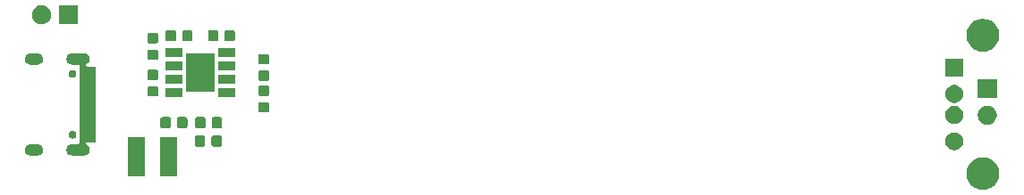
<source format=gbr>
G04 #@! TF.GenerationSoftware,KiCad,Pcbnew,(5.1.6)-1*
G04 #@! TF.CreationDate,2020-11-21T14:03:53+08:00*
G04 #@! TF.ProjectId,singlepowerbank2,73696e67-6c65-4706-9f77-657262616e6b,rev?*
G04 #@! TF.SameCoordinates,Original*
G04 #@! TF.FileFunction,Soldermask,Top*
G04 #@! TF.FilePolarity,Negative*
%FSLAX46Y46*%
G04 Gerber Fmt 4.6, Leading zero omitted, Abs format (unit mm)*
G04 Created by KiCad (PCBNEW (5.1.6)-1) date 2020-11-21 14:03:53*
%MOMM*%
%LPD*%
G01*
G04 APERTURE LIST*
%ADD10C,0.100000*%
G04 APERTURE END LIST*
D10*
G36*
X153382585Y-154068802D02*
G01*
X153532410Y-154098604D01*
X153814674Y-154215521D01*
X154068705Y-154385259D01*
X154284741Y-154601295D01*
X154454479Y-154855326D01*
X154571396Y-155137590D01*
X154631000Y-155437240D01*
X154631000Y-155742760D01*
X154571396Y-156042410D01*
X154454479Y-156324674D01*
X154284741Y-156578705D01*
X154068705Y-156794741D01*
X153814674Y-156964479D01*
X153532410Y-157081396D01*
X153382585Y-157111198D01*
X153232761Y-157141000D01*
X152927239Y-157141000D01*
X152777415Y-157111198D01*
X152627590Y-157081396D01*
X152345326Y-156964479D01*
X152091295Y-156794741D01*
X151875259Y-156578705D01*
X151705521Y-156324674D01*
X151588604Y-156042410D01*
X151529000Y-155742760D01*
X151529000Y-155437240D01*
X151588604Y-155137590D01*
X151705521Y-154855326D01*
X151875259Y-154601295D01*
X152091295Y-154385259D01*
X152345326Y-154215521D01*
X152627590Y-154098604D01*
X152777415Y-154068802D01*
X152927239Y-154039000D01*
X153232761Y-154039000D01*
X153382585Y-154068802D01*
G37*
G36*
X76826000Y-155851000D02*
G01*
X75224000Y-155851000D01*
X75224000Y-152149000D01*
X76826000Y-152149000D01*
X76826000Y-155851000D01*
G37*
G36*
X73776000Y-155851000D02*
G01*
X72174000Y-155851000D01*
X72174000Y-152149000D01*
X73776000Y-152149000D01*
X73776000Y-155851000D01*
G37*
G36*
X63658015Y-152776973D02*
G01*
X63761879Y-152808479D01*
X63789055Y-152823005D01*
X63857600Y-152859643D01*
X63941501Y-152928499D01*
X64010357Y-153012400D01*
X64046995Y-153080945D01*
X64061521Y-153108121D01*
X64093027Y-153211985D01*
X64103666Y-153320000D01*
X64093027Y-153428015D01*
X64061521Y-153531879D01*
X64061519Y-153531882D01*
X64010357Y-153627600D01*
X63941501Y-153711501D01*
X63857600Y-153780357D01*
X63789055Y-153816995D01*
X63761879Y-153831521D01*
X63658015Y-153863027D01*
X63577067Y-153871000D01*
X62922933Y-153871000D01*
X62841985Y-153863027D01*
X62738121Y-153831521D01*
X62710945Y-153816995D01*
X62642400Y-153780357D01*
X62558499Y-153711501D01*
X62489643Y-153627600D01*
X62438481Y-153531882D01*
X62438479Y-153531879D01*
X62406973Y-153428015D01*
X62396334Y-153320000D01*
X62406973Y-153211985D01*
X62438479Y-153108121D01*
X62453005Y-153080945D01*
X62489643Y-153012400D01*
X62558499Y-152928499D01*
X62642400Y-152859643D01*
X62710945Y-152823005D01*
X62738121Y-152808479D01*
X62841985Y-152776973D01*
X62922933Y-152769000D01*
X63577067Y-152769000D01*
X63658015Y-152776973D01*
G37*
G36*
X68088015Y-144136973D02*
G01*
X68191879Y-144168479D01*
X68219055Y-144183005D01*
X68287600Y-144219643D01*
X68371501Y-144288499D01*
X68440357Y-144372400D01*
X68476995Y-144440945D01*
X68491521Y-144468121D01*
X68523027Y-144571985D01*
X68533666Y-144680000D01*
X68523027Y-144788015D01*
X68491521Y-144891879D01*
X68491519Y-144891882D01*
X68440357Y-144987600D01*
X68419421Y-145013110D01*
X68371501Y-145071501D01*
X68287600Y-145140356D01*
X68243807Y-145163764D01*
X68223437Y-145177375D01*
X68206110Y-145194702D01*
X68192496Y-145215076D01*
X68183119Y-145237715D01*
X68178338Y-145261748D01*
X68178338Y-145286252D01*
X68183118Y-145310286D01*
X68192495Y-145332924D01*
X68206109Y-145353299D01*
X68223436Y-145370626D01*
X68243810Y-145384240D01*
X68266449Y-145393617D01*
X68290482Y-145398398D01*
X68302735Y-145399000D01*
X69121000Y-145399000D01*
X69121000Y-152601000D01*
X68302735Y-152601000D01*
X68278349Y-152603402D01*
X68254900Y-152610515D01*
X68233289Y-152622066D01*
X68214347Y-152637611D01*
X68198802Y-152656553D01*
X68187251Y-152678164D01*
X68180138Y-152701613D01*
X68177736Y-152725999D01*
X68180138Y-152750385D01*
X68187251Y-152773834D01*
X68198802Y-152795445D01*
X68214347Y-152814387D01*
X68233289Y-152829932D01*
X68243802Y-152836233D01*
X68287600Y-152859644D01*
X68358035Y-152917448D01*
X68371501Y-152928499D01*
X68440357Y-153012400D01*
X68476995Y-153080945D01*
X68491521Y-153108121D01*
X68523027Y-153211985D01*
X68533666Y-153320000D01*
X68523027Y-153428015D01*
X68491521Y-153531879D01*
X68491519Y-153531882D01*
X68440357Y-153627600D01*
X68371501Y-153711501D01*
X68287600Y-153780357D01*
X68219055Y-153816995D01*
X68191879Y-153831521D01*
X68088015Y-153863027D01*
X68007067Y-153871000D01*
X66852933Y-153871000D01*
X66771985Y-153863027D01*
X66668121Y-153831521D01*
X66640945Y-153816995D01*
X66572400Y-153780357D01*
X66488499Y-153711501D01*
X66419643Y-153627600D01*
X66368481Y-153531882D01*
X66368479Y-153531879D01*
X66336973Y-153428015D01*
X66326334Y-153320000D01*
X66336973Y-153211985D01*
X66368479Y-153108121D01*
X66383005Y-153080945D01*
X66419643Y-153012400D01*
X66488499Y-152928499D01*
X66572400Y-152859643D01*
X66640945Y-152823005D01*
X66668121Y-152808479D01*
X66771985Y-152776973D01*
X66852933Y-152769000D01*
X67444001Y-152769000D01*
X67468387Y-152766598D01*
X67491836Y-152759485D01*
X67513447Y-152747934D01*
X67532389Y-152732389D01*
X67547934Y-152713447D01*
X67559485Y-152691836D01*
X67566598Y-152668387D01*
X67569000Y-152644001D01*
X67569000Y-145355999D01*
X67566598Y-145331613D01*
X67559485Y-145308164D01*
X67547934Y-145286553D01*
X67532389Y-145267611D01*
X67513447Y-145252066D01*
X67491836Y-145240515D01*
X67468387Y-145233402D01*
X67444001Y-145231000D01*
X66852933Y-145231000D01*
X66771985Y-145223027D01*
X66668121Y-145191521D01*
X66627608Y-145169866D01*
X66572400Y-145140357D01*
X66488499Y-145071501D01*
X66419643Y-144987600D01*
X66368481Y-144891882D01*
X66368479Y-144891879D01*
X66336973Y-144788015D01*
X66326334Y-144680000D01*
X66336973Y-144571985D01*
X66368479Y-144468121D01*
X66383005Y-144440945D01*
X66419643Y-144372400D01*
X66488499Y-144288499D01*
X66572400Y-144219643D01*
X66640945Y-144183005D01*
X66668121Y-144168479D01*
X66771985Y-144136973D01*
X66852933Y-144129000D01*
X68007067Y-144129000D01*
X68088015Y-144136973D01*
G37*
G36*
X150618228Y-151701703D02*
G01*
X150773100Y-151765853D01*
X150912481Y-151858985D01*
X151031015Y-151977519D01*
X151124147Y-152116900D01*
X151188297Y-152271772D01*
X151221000Y-152436184D01*
X151221000Y-152603816D01*
X151188297Y-152768228D01*
X151124147Y-152923100D01*
X151031015Y-153062481D01*
X150912481Y-153181015D01*
X150773100Y-153274147D01*
X150618228Y-153338297D01*
X150453816Y-153371000D01*
X150286184Y-153371000D01*
X150121772Y-153338297D01*
X149966900Y-153274147D01*
X149827519Y-153181015D01*
X149708985Y-153062481D01*
X149615853Y-152923100D01*
X149551703Y-152768228D01*
X149519000Y-152603816D01*
X149519000Y-152436184D01*
X149551703Y-152271772D01*
X149615853Y-152116900D01*
X149708985Y-151977519D01*
X149827519Y-151858985D01*
X149966900Y-151765853D01*
X150121772Y-151701703D01*
X150286184Y-151669000D01*
X150453816Y-151669000D01*
X150618228Y-151701703D01*
G37*
G36*
X80879591Y-151978085D02*
G01*
X80913569Y-151988393D01*
X80944890Y-152005134D01*
X80972339Y-152027661D01*
X80994866Y-152055110D01*
X81011607Y-152086431D01*
X81021915Y-152120409D01*
X81026000Y-152161890D01*
X81026000Y-152838110D01*
X81021915Y-152879591D01*
X81011607Y-152913569D01*
X80994866Y-152944890D01*
X80972339Y-152972339D01*
X80944890Y-152994866D01*
X80913569Y-153011607D01*
X80879591Y-153021915D01*
X80838110Y-153026000D01*
X80236890Y-153026000D01*
X80195409Y-153021915D01*
X80161431Y-153011607D01*
X80130110Y-152994866D01*
X80102661Y-152972339D01*
X80080134Y-152944890D01*
X80063393Y-152913569D01*
X80053085Y-152879591D01*
X80049000Y-152838110D01*
X80049000Y-152161890D01*
X80053085Y-152120409D01*
X80063393Y-152086431D01*
X80080134Y-152055110D01*
X80102661Y-152027661D01*
X80130110Y-152005134D01*
X80161431Y-151988393D01*
X80195409Y-151978085D01*
X80236890Y-151974000D01*
X80838110Y-151974000D01*
X80879591Y-151978085D01*
G37*
G36*
X79304591Y-151978085D02*
G01*
X79338569Y-151988393D01*
X79369890Y-152005134D01*
X79397339Y-152027661D01*
X79419866Y-152055110D01*
X79436607Y-152086431D01*
X79446915Y-152120409D01*
X79451000Y-152161890D01*
X79451000Y-152838110D01*
X79446915Y-152879591D01*
X79436607Y-152913569D01*
X79419866Y-152944890D01*
X79397339Y-152972339D01*
X79369890Y-152994866D01*
X79338569Y-153011607D01*
X79304591Y-153021915D01*
X79263110Y-153026000D01*
X78661890Y-153026000D01*
X78620409Y-153021915D01*
X78586431Y-153011607D01*
X78555110Y-152994866D01*
X78527661Y-152972339D01*
X78505134Y-152944890D01*
X78488393Y-152913569D01*
X78478085Y-152879591D01*
X78474000Y-152838110D01*
X78474000Y-152161890D01*
X78478085Y-152120409D01*
X78488393Y-152086431D01*
X78505134Y-152055110D01*
X78527661Y-152027661D01*
X78555110Y-152005134D01*
X78586431Y-151988393D01*
X78620409Y-151978085D01*
X78661890Y-151974000D01*
X79263110Y-151974000D01*
X79304591Y-151978085D01*
G37*
G36*
X67009672Y-151528449D02*
G01*
X67009674Y-151528450D01*
X67009675Y-151528450D01*
X67078103Y-151556793D01*
X67139686Y-151597942D01*
X67192058Y-151650314D01*
X67233207Y-151711897D01*
X67261550Y-151780325D01*
X67261551Y-151780328D01*
X67276000Y-151852966D01*
X67276000Y-151927034D01*
X67263795Y-151988393D01*
X67261550Y-151999675D01*
X67233207Y-152068103D01*
X67192058Y-152129686D01*
X67139686Y-152182058D01*
X67078103Y-152223207D01*
X67009675Y-152251550D01*
X67009674Y-152251550D01*
X67009672Y-152251551D01*
X66937034Y-152266000D01*
X66862966Y-152266000D01*
X66790328Y-152251551D01*
X66790326Y-152251550D01*
X66790325Y-152251550D01*
X66721897Y-152223207D01*
X66660314Y-152182058D01*
X66607942Y-152129686D01*
X66566793Y-152068103D01*
X66538450Y-151999675D01*
X66536206Y-151988393D01*
X66524000Y-151927034D01*
X66524000Y-151852966D01*
X66538449Y-151780328D01*
X66538450Y-151780325D01*
X66566793Y-151711897D01*
X66607942Y-151650314D01*
X66660314Y-151597942D01*
X66721897Y-151556793D01*
X66790325Y-151528450D01*
X66790326Y-151528450D01*
X66790328Y-151528449D01*
X66862966Y-151514000D01*
X66937034Y-151514000D01*
X67009672Y-151528449D01*
G37*
G36*
X76054591Y-150228085D02*
G01*
X76088569Y-150238393D01*
X76119890Y-150255134D01*
X76147339Y-150277661D01*
X76169866Y-150305110D01*
X76186607Y-150336431D01*
X76196915Y-150370409D01*
X76201000Y-150411890D01*
X76201000Y-151088110D01*
X76196915Y-151129591D01*
X76186607Y-151163569D01*
X76169866Y-151194890D01*
X76147339Y-151222339D01*
X76119890Y-151244866D01*
X76088569Y-151261607D01*
X76054591Y-151271915D01*
X76013110Y-151276000D01*
X75411890Y-151276000D01*
X75370409Y-151271915D01*
X75336431Y-151261607D01*
X75305110Y-151244866D01*
X75277661Y-151222339D01*
X75255134Y-151194890D01*
X75238393Y-151163569D01*
X75228085Y-151129591D01*
X75224000Y-151088110D01*
X75224000Y-150411890D01*
X75228085Y-150370409D01*
X75238393Y-150336431D01*
X75255134Y-150305110D01*
X75277661Y-150277661D01*
X75305110Y-150255134D01*
X75336431Y-150238393D01*
X75370409Y-150228085D01*
X75411890Y-150224000D01*
X76013110Y-150224000D01*
X76054591Y-150228085D01*
G37*
G36*
X77629591Y-150228085D02*
G01*
X77663569Y-150238393D01*
X77694890Y-150255134D01*
X77722339Y-150277661D01*
X77744866Y-150305110D01*
X77761607Y-150336431D01*
X77771915Y-150370409D01*
X77776000Y-150411890D01*
X77776000Y-151088110D01*
X77771915Y-151129591D01*
X77761607Y-151163569D01*
X77744866Y-151194890D01*
X77722339Y-151222339D01*
X77694890Y-151244866D01*
X77663569Y-151261607D01*
X77629591Y-151271915D01*
X77588110Y-151276000D01*
X76986890Y-151276000D01*
X76945409Y-151271915D01*
X76911431Y-151261607D01*
X76880110Y-151244866D01*
X76852661Y-151222339D01*
X76830134Y-151194890D01*
X76813393Y-151163569D01*
X76803085Y-151129591D01*
X76799000Y-151088110D01*
X76799000Y-150411890D01*
X76803085Y-150370409D01*
X76813393Y-150336431D01*
X76830134Y-150305110D01*
X76852661Y-150277661D01*
X76880110Y-150255134D01*
X76911431Y-150238393D01*
X76945409Y-150228085D01*
X76986890Y-150224000D01*
X77588110Y-150224000D01*
X77629591Y-150228085D01*
G37*
G36*
X79342091Y-150228085D02*
G01*
X79376069Y-150238393D01*
X79407390Y-150255134D01*
X79434839Y-150277661D01*
X79457366Y-150305110D01*
X79474107Y-150336431D01*
X79484415Y-150370409D01*
X79488500Y-150411890D01*
X79488500Y-151088110D01*
X79484415Y-151129591D01*
X79474107Y-151163569D01*
X79457366Y-151194890D01*
X79434839Y-151222339D01*
X79407390Y-151244866D01*
X79376069Y-151261607D01*
X79342091Y-151271915D01*
X79300610Y-151276000D01*
X78699390Y-151276000D01*
X78657909Y-151271915D01*
X78623931Y-151261607D01*
X78592610Y-151244866D01*
X78565161Y-151222339D01*
X78542634Y-151194890D01*
X78525893Y-151163569D01*
X78515585Y-151129591D01*
X78511500Y-151088110D01*
X78511500Y-150411890D01*
X78515585Y-150370409D01*
X78525893Y-150336431D01*
X78542634Y-150305110D01*
X78565161Y-150277661D01*
X78592610Y-150255134D01*
X78623931Y-150238393D01*
X78657909Y-150228085D01*
X78699390Y-150224000D01*
X79300610Y-150224000D01*
X79342091Y-150228085D01*
G37*
G36*
X80917091Y-150228085D02*
G01*
X80951069Y-150238393D01*
X80982390Y-150255134D01*
X81009839Y-150277661D01*
X81032366Y-150305110D01*
X81049107Y-150336431D01*
X81059415Y-150370409D01*
X81063500Y-150411890D01*
X81063500Y-151088110D01*
X81059415Y-151129591D01*
X81049107Y-151163569D01*
X81032366Y-151194890D01*
X81009839Y-151222339D01*
X80982390Y-151244866D01*
X80951069Y-151261607D01*
X80917091Y-151271915D01*
X80875610Y-151276000D01*
X80274390Y-151276000D01*
X80232909Y-151271915D01*
X80198931Y-151261607D01*
X80167610Y-151244866D01*
X80140161Y-151222339D01*
X80117634Y-151194890D01*
X80100893Y-151163569D01*
X80090585Y-151129591D01*
X80086500Y-151088110D01*
X80086500Y-150411890D01*
X80090585Y-150370409D01*
X80100893Y-150336431D01*
X80117634Y-150305110D01*
X80140161Y-150277661D01*
X80167610Y-150255134D01*
X80198931Y-150238393D01*
X80232909Y-150228085D01*
X80274390Y-150224000D01*
X80875610Y-150224000D01*
X80917091Y-150228085D01*
G37*
G36*
X153613512Y-149143927D02*
G01*
X153762812Y-149173624D01*
X153926784Y-149241544D01*
X154074354Y-149340147D01*
X154199853Y-149465646D01*
X154298456Y-149613216D01*
X154366376Y-149777188D01*
X154396073Y-149926488D01*
X154400949Y-149951000D01*
X154401000Y-149951259D01*
X154401000Y-150128741D01*
X154366376Y-150302812D01*
X154298456Y-150466784D01*
X154199853Y-150614354D01*
X154074354Y-150739853D01*
X153926784Y-150838456D01*
X153762812Y-150906376D01*
X153613512Y-150936073D01*
X153588742Y-150941000D01*
X153411258Y-150941000D01*
X153386488Y-150936073D01*
X153237188Y-150906376D01*
X153073216Y-150838456D01*
X152925646Y-150739853D01*
X152800147Y-150614354D01*
X152701544Y-150466784D01*
X152633624Y-150302812D01*
X152599000Y-150128741D01*
X152599000Y-149951259D01*
X152599052Y-149951000D01*
X152603927Y-149926488D01*
X152633624Y-149777188D01*
X152701544Y-149613216D01*
X152800147Y-149465646D01*
X152925646Y-149340147D01*
X153073216Y-149241544D01*
X153237188Y-149173624D01*
X153386488Y-149143927D01*
X153411258Y-149139000D01*
X153588742Y-149139000D01*
X153613512Y-149143927D01*
G37*
G36*
X150618228Y-149201703D02*
G01*
X150773100Y-149265853D01*
X150912481Y-149358985D01*
X151031015Y-149477519D01*
X151124147Y-149616900D01*
X151188297Y-149771772D01*
X151221000Y-149936184D01*
X151221000Y-150103816D01*
X151188297Y-150268228D01*
X151124147Y-150423100D01*
X151031015Y-150562481D01*
X150912481Y-150681015D01*
X150773100Y-150774147D01*
X150618228Y-150838297D01*
X150453816Y-150871000D01*
X150286184Y-150871000D01*
X150121772Y-150838297D01*
X149966900Y-150774147D01*
X149827519Y-150681015D01*
X149708985Y-150562481D01*
X149615853Y-150423100D01*
X149551703Y-150268228D01*
X149519000Y-150103816D01*
X149519000Y-149936184D01*
X149551703Y-149771772D01*
X149615853Y-149616900D01*
X149708985Y-149477519D01*
X149827519Y-149358985D01*
X149966900Y-149265853D01*
X150121772Y-149201703D01*
X150286184Y-149169000D01*
X150453816Y-149169000D01*
X150618228Y-149201703D01*
G37*
G36*
X85379591Y-148803085D02*
G01*
X85413569Y-148813393D01*
X85444890Y-148830134D01*
X85472339Y-148852661D01*
X85494866Y-148880110D01*
X85511607Y-148911431D01*
X85521915Y-148945409D01*
X85526000Y-148986890D01*
X85526000Y-149588110D01*
X85521915Y-149629591D01*
X85511607Y-149663569D01*
X85494866Y-149694890D01*
X85472339Y-149722339D01*
X85444890Y-149744866D01*
X85413569Y-149761607D01*
X85379591Y-149771915D01*
X85338110Y-149776000D01*
X84661890Y-149776000D01*
X84620409Y-149771915D01*
X84586431Y-149761607D01*
X84555110Y-149744866D01*
X84527661Y-149722339D01*
X84505134Y-149694890D01*
X84488393Y-149663569D01*
X84478085Y-149629591D01*
X84474000Y-149588110D01*
X84474000Y-148986890D01*
X84478085Y-148945409D01*
X84488393Y-148911431D01*
X84505134Y-148880110D01*
X84527661Y-148852661D01*
X84555110Y-148830134D01*
X84586431Y-148813393D01*
X84620409Y-148803085D01*
X84661890Y-148799000D01*
X85338110Y-148799000D01*
X85379591Y-148803085D01*
G37*
G36*
X150618228Y-147201703D02*
G01*
X150773100Y-147265853D01*
X150912481Y-147358985D01*
X151031015Y-147477519D01*
X151124147Y-147616900D01*
X151188297Y-147771772D01*
X151221000Y-147936184D01*
X151221000Y-148103816D01*
X151188297Y-148268228D01*
X151124147Y-148423100D01*
X151031015Y-148562481D01*
X150912481Y-148681015D01*
X150773100Y-148774147D01*
X150618228Y-148838297D01*
X150453816Y-148871000D01*
X150286184Y-148871000D01*
X150121772Y-148838297D01*
X149966900Y-148774147D01*
X149827519Y-148681015D01*
X149708985Y-148562481D01*
X149615853Y-148423100D01*
X149551703Y-148268228D01*
X149519000Y-148103816D01*
X149519000Y-147936184D01*
X149551703Y-147771772D01*
X149615853Y-147616900D01*
X149708985Y-147477519D01*
X149827519Y-147358985D01*
X149966900Y-147265853D01*
X150121772Y-147201703D01*
X150286184Y-147169000D01*
X150453816Y-147169000D01*
X150618228Y-147201703D01*
G37*
G36*
X154401000Y-148401000D02*
G01*
X152599000Y-148401000D01*
X152599000Y-146599000D01*
X154401000Y-146599000D01*
X154401000Y-148401000D01*
G37*
G36*
X82301000Y-148357000D02*
G01*
X80694000Y-148357000D01*
X80694000Y-147453000D01*
X82301000Y-147453000D01*
X82301000Y-148357000D01*
G37*
G36*
X77306000Y-148357000D02*
G01*
X75699000Y-148357000D01*
X75699000Y-147453000D01*
X77306000Y-147453000D01*
X77306000Y-148357000D01*
G37*
G36*
X74879591Y-147303085D02*
G01*
X74913569Y-147313393D01*
X74944890Y-147330134D01*
X74972339Y-147352661D01*
X74994866Y-147380110D01*
X75011607Y-147411431D01*
X75021915Y-147445409D01*
X75026000Y-147486890D01*
X75026000Y-148088110D01*
X75021915Y-148129591D01*
X75011607Y-148163569D01*
X74994866Y-148194890D01*
X74972339Y-148222339D01*
X74944890Y-148244866D01*
X74913569Y-148261607D01*
X74879591Y-148271915D01*
X74838110Y-148276000D01*
X74161890Y-148276000D01*
X74120409Y-148271915D01*
X74086431Y-148261607D01*
X74055110Y-148244866D01*
X74027661Y-148222339D01*
X74005134Y-148194890D01*
X73988393Y-148163569D01*
X73978085Y-148129591D01*
X73974000Y-148088110D01*
X73974000Y-147486890D01*
X73978085Y-147445409D01*
X73988393Y-147411431D01*
X74005134Y-147380110D01*
X74027661Y-147352661D01*
X74055110Y-147330134D01*
X74086431Y-147313393D01*
X74120409Y-147303085D01*
X74161890Y-147299000D01*
X74838110Y-147299000D01*
X74879591Y-147303085D01*
G37*
G36*
X85379591Y-147228085D02*
G01*
X85413569Y-147238393D01*
X85444890Y-147255134D01*
X85472339Y-147277661D01*
X85494866Y-147305110D01*
X85511607Y-147336431D01*
X85521915Y-147370409D01*
X85526000Y-147411890D01*
X85526000Y-148013110D01*
X85521915Y-148054591D01*
X85511607Y-148088569D01*
X85494866Y-148119890D01*
X85472339Y-148147339D01*
X85444890Y-148169866D01*
X85413569Y-148186607D01*
X85379591Y-148196915D01*
X85338110Y-148201000D01*
X84661890Y-148201000D01*
X84620409Y-148196915D01*
X84586431Y-148186607D01*
X84555110Y-148169866D01*
X84527661Y-148147339D01*
X84505134Y-148119890D01*
X84488393Y-148088569D01*
X84478085Y-148054591D01*
X84474000Y-148013110D01*
X84474000Y-147411890D01*
X84478085Y-147370409D01*
X84488393Y-147336431D01*
X84505134Y-147305110D01*
X84527661Y-147277661D01*
X84555110Y-147255134D01*
X84586431Y-147238393D01*
X84620409Y-147228085D01*
X84661890Y-147224000D01*
X85338110Y-147224000D01*
X85379591Y-147228085D01*
G37*
G36*
X80357500Y-147802000D02*
G01*
X77642500Y-147802000D01*
X77642500Y-144198000D01*
X80357500Y-144198000D01*
X80357500Y-147802000D01*
G37*
G36*
X77306000Y-147087000D02*
G01*
X75699000Y-147087000D01*
X75699000Y-146183000D01*
X77306000Y-146183000D01*
X77306000Y-147087000D01*
G37*
G36*
X82301000Y-147087000D02*
G01*
X80694000Y-147087000D01*
X80694000Y-146183000D01*
X82301000Y-146183000D01*
X82301000Y-147087000D01*
G37*
G36*
X85379591Y-145803085D02*
G01*
X85413569Y-145813393D01*
X85444890Y-145830134D01*
X85472339Y-145852661D01*
X85494866Y-145880110D01*
X85511607Y-145911431D01*
X85521915Y-145945409D01*
X85526000Y-145986890D01*
X85526000Y-146588110D01*
X85521915Y-146629591D01*
X85511607Y-146663569D01*
X85494866Y-146694890D01*
X85472339Y-146722339D01*
X85444890Y-146744866D01*
X85413569Y-146761607D01*
X85379591Y-146771915D01*
X85338110Y-146776000D01*
X84661890Y-146776000D01*
X84620409Y-146771915D01*
X84586431Y-146761607D01*
X84555110Y-146744866D01*
X84527661Y-146722339D01*
X84505134Y-146694890D01*
X84488393Y-146663569D01*
X84478085Y-146629591D01*
X84474000Y-146588110D01*
X84474000Y-145986890D01*
X84478085Y-145945409D01*
X84488393Y-145911431D01*
X84505134Y-145880110D01*
X84527661Y-145852661D01*
X84555110Y-145830134D01*
X84586431Y-145813393D01*
X84620409Y-145803085D01*
X84661890Y-145799000D01*
X85338110Y-145799000D01*
X85379591Y-145803085D01*
G37*
G36*
X74879591Y-145728085D02*
G01*
X74913569Y-145738393D01*
X74944890Y-145755134D01*
X74972339Y-145777661D01*
X74994866Y-145805110D01*
X75011607Y-145836431D01*
X75021915Y-145870409D01*
X75026000Y-145911890D01*
X75026000Y-146513110D01*
X75021915Y-146554591D01*
X75011607Y-146588569D01*
X74994866Y-146619890D01*
X74972339Y-146647339D01*
X74944890Y-146669866D01*
X74913569Y-146686607D01*
X74879591Y-146696915D01*
X74838110Y-146701000D01*
X74161890Y-146701000D01*
X74120409Y-146696915D01*
X74086431Y-146686607D01*
X74055110Y-146669866D01*
X74027661Y-146647339D01*
X74005134Y-146619890D01*
X73988393Y-146588569D01*
X73978085Y-146554591D01*
X73974000Y-146513110D01*
X73974000Y-145911890D01*
X73978085Y-145870409D01*
X73988393Y-145836431D01*
X74005134Y-145805110D01*
X74027661Y-145777661D01*
X74055110Y-145755134D01*
X74086431Y-145738393D01*
X74120409Y-145728085D01*
X74161890Y-145724000D01*
X74838110Y-145724000D01*
X74879591Y-145728085D01*
G37*
G36*
X67009672Y-145748449D02*
G01*
X67009674Y-145748450D01*
X67009675Y-145748450D01*
X67078103Y-145776793D01*
X67139686Y-145817942D01*
X67192058Y-145870314D01*
X67233207Y-145931897D01*
X67248264Y-145968250D01*
X67261551Y-146000328D01*
X67276000Y-146072966D01*
X67276000Y-146147034D01*
X67268846Y-146183000D01*
X67261550Y-146219675D01*
X67233207Y-146288103D01*
X67192058Y-146349686D01*
X67139686Y-146402058D01*
X67078103Y-146443207D01*
X67009675Y-146471550D01*
X67009674Y-146471550D01*
X67009672Y-146471551D01*
X66937034Y-146486000D01*
X66862966Y-146486000D01*
X66790328Y-146471551D01*
X66790326Y-146471550D01*
X66790325Y-146471550D01*
X66721897Y-146443207D01*
X66660314Y-146402058D01*
X66607942Y-146349686D01*
X66566793Y-146288103D01*
X66538450Y-146219675D01*
X66531155Y-146183000D01*
X66524000Y-146147034D01*
X66524000Y-146072966D01*
X66538449Y-146000328D01*
X66551736Y-145968250D01*
X66566793Y-145931897D01*
X66607942Y-145870314D01*
X66660314Y-145817942D01*
X66721897Y-145776793D01*
X66790325Y-145748450D01*
X66790326Y-145748450D01*
X66790328Y-145748449D01*
X66862966Y-145734000D01*
X66937034Y-145734000D01*
X67009672Y-145748449D01*
G37*
G36*
X151221000Y-146371000D02*
G01*
X149519000Y-146371000D01*
X149519000Y-144669000D01*
X151221000Y-144669000D01*
X151221000Y-146371000D01*
G37*
G36*
X77306000Y-145817000D02*
G01*
X75699000Y-145817000D01*
X75699000Y-144913000D01*
X77306000Y-144913000D01*
X77306000Y-145817000D01*
G37*
G36*
X82301000Y-145817000D02*
G01*
X80694000Y-145817000D01*
X80694000Y-144913000D01*
X82301000Y-144913000D01*
X82301000Y-145817000D01*
G37*
G36*
X63658015Y-144136973D02*
G01*
X63761879Y-144168479D01*
X63789055Y-144183005D01*
X63857600Y-144219643D01*
X63941501Y-144288499D01*
X64010357Y-144372400D01*
X64046995Y-144440945D01*
X64061521Y-144468121D01*
X64093027Y-144571985D01*
X64103666Y-144680000D01*
X64093027Y-144788015D01*
X64061521Y-144891879D01*
X64061519Y-144891882D01*
X64010357Y-144987600D01*
X63941501Y-145071501D01*
X63857600Y-145140357D01*
X63802392Y-145169866D01*
X63761879Y-145191521D01*
X63658015Y-145223027D01*
X63577067Y-145231000D01*
X62922933Y-145231000D01*
X62841985Y-145223027D01*
X62738121Y-145191521D01*
X62697608Y-145169866D01*
X62642400Y-145140357D01*
X62558499Y-145071501D01*
X62489643Y-144987600D01*
X62438481Y-144891882D01*
X62438479Y-144891879D01*
X62406973Y-144788015D01*
X62396334Y-144680000D01*
X62406973Y-144571985D01*
X62438479Y-144468121D01*
X62453005Y-144440945D01*
X62489643Y-144372400D01*
X62558499Y-144288499D01*
X62642400Y-144219643D01*
X62710945Y-144183005D01*
X62738121Y-144168479D01*
X62841985Y-144136973D01*
X62922933Y-144129000D01*
X63577067Y-144129000D01*
X63658015Y-144136973D01*
G37*
G36*
X85379591Y-144228085D02*
G01*
X85413569Y-144238393D01*
X85444890Y-144255134D01*
X85472339Y-144277661D01*
X85494866Y-144305110D01*
X85511607Y-144336431D01*
X85521915Y-144370409D01*
X85526000Y-144411890D01*
X85526000Y-145013110D01*
X85521915Y-145054591D01*
X85511607Y-145088569D01*
X85494866Y-145119890D01*
X85472339Y-145147339D01*
X85444890Y-145169866D01*
X85413569Y-145186607D01*
X85379591Y-145196915D01*
X85338110Y-145201000D01*
X84661890Y-145201000D01*
X84620409Y-145196915D01*
X84586431Y-145186607D01*
X84555110Y-145169866D01*
X84527661Y-145147339D01*
X84505134Y-145119890D01*
X84488393Y-145088569D01*
X84478085Y-145054591D01*
X84474000Y-145013110D01*
X84474000Y-144411890D01*
X84478085Y-144370409D01*
X84488393Y-144336431D01*
X84505134Y-144305110D01*
X84527661Y-144277661D01*
X84555110Y-144255134D01*
X84586431Y-144238393D01*
X84620409Y-144228085D01*
X84661890Y-144224000D01*
X85338110Y-144224000D01*
X85379591Y-144228085D01*
G37*
G36*
X74879591Y-143803085D02*
G01*
X74913569Y-143813393D01*
X74944890Y-143830134D01*
X74972339Y-143852661D01*
X74994866Y-143880110D01*
X75011607Y-143911431D01*
X75021915Y-143945409D01*
X75026000Y-143986890D01*
X75026000Y-144588110D01*
X75021915Y-144629591D01*
X75011607Y-144663569D01*
X74994866Y-144694890D01*
X74972339Y-144722339D01*
X74944890Y-144744866D01*
X74913569Y-144761607D01*
X74879591Y-144771915D01*
X74838110Y-144776000D01*
X74161890Y-144776000D01*
X74120409Y-144771915D01*
X74086431Y-144761607D01*
X74055110Y-144744866D01*
X74027661Y-144722339D01*
X74005134Y-144694890D01*
X73988393Y-144663569D01*
X73978085Y-144629591D01*
X73974000Y-144588110D01*
X73974000Y-143986890D01*
X73978085Y-143945409D01*
X73988393Y-143911431D01*
X74005134Y-143880110D01*
X74027661Y-143852661D01*
X74055110Y-143830134D01*
X74086431Y-143813393D01*
X74120409Y-143803085D01*
X74161890Y-143799000D01*
X74838110Y-143799000D01*
X74879591Y-143803085D01*
G37*
G36*
X77306000Y-144547000D02*
G01*
X75699000Y-144547000D01*
X75699000Y-143643000D01*
X77306000Y-143643000D01*
X77306000Y-144547000D01*
G37*
G36*
X82301000Y-144547000D02*
G01*
X80694000Y-144547000D01*
X80694000Y-143643000D01*
X82301000Y-143643000D01*
X82301000Y-144547000D01*
G37*
G36*
X153372430Y-140926782D02*
G01*
X153532410Y-140958604D01*
X153814674Y-141075521D01*
X154068705Y-141245259D01*
X154284741Y-141461295D01*
X154454479Y-141715326D01*
X154571396Y-141997590D01*
X154631000Y-142297240D01*
X154631000Y-142602760D01*
X154571396Y-142902410D01*
X154454479Y-143184674D01*
X154284741Y-143438705D01*
X154068705Y-143654741D01*
X153814674Y-143824479D01*
X153532410Y-143941396D01*
X153382585Y-143971198D01*
X153232761Y-144001000D01*
X152927239Y-144001000D01*
X152777415Y-143971198D01*
X152627590Y-143941396D01*
X152345326Y-143824479D01*
X152091295Y-143654741D01*
X151875259Y-143438705D01*
X151705521Y-143184674D01*
X151588604Y-142902410D01*
X151529000Y-142602760D01*
X151529000Y-142297240D01*
X151588604Y-141997590D01*
X151705521Y-141715326D01*
X151875259Y-141461295D01*
X152091295Y-141245259D01*
X152345326Y-141075521D01*
X152627590Y-140958604D01*
X152787570Y-140926782D01*
X152927239Y-140899000D01*
X153232761Y-140899000D01*
X153372430Y-140926782D01*
G37*
G36*
X74879591Y-142228085D02*
G01*
X74913569Y-142238393D01*
X74944890Y-142255134D01*
X74972339Y-142277661D01*
X74994866Y-142305110D01*
X75011607Y-142336431D01*
X75021915Y-142370409D01*
X75026000Y-142411890D01*
X75026000Y-143013110D01*
X75021915Y-143054591D01*
X75011607Y-143088569D01*
X74994866Y-143119890D01*
X74972339Y-143147339D01*
X74944890Y-143169866D01*
X74913569Y-143186607D01*
X74879591Y-143196915D01*
X74838110Y-143201000D01*
X74161890Y-143201000D01*
X74120409Y-143196915D01*
X74086431Y-143186607D01*
X74055110Y-143169866D01*
X74027661Y-143147339D01*
X74005134Y-143119890D01*
X73988393Y-143088569D01*
X73978085Y-143054591D01*
X73974000Y-143013110D01*
X73974000Y-142411890D01*
X73978085Y-142370409D01*
X73988393Y-142336431D01*
X74005134Y-142305110D01*
X74027661Y-142277661D01*
X74055110Y-142255134D01*
X74086431Y-142238393D01*
X74120409Y-142228085D01*
X74161890Y-142224000D01*
X74838110Y-142224000D01*
X74879591Y-142228085D01*
G37*
G36*
X82129591Y-141978085D02*
G01*
X82163569Y-141988393D01*
X82194890Y-142005134D01*
X82222339Y-142027661D01*
X82244866Y-142055110D01*
X82261607Y-142086431D01*
X82271915Y-142120409D01*
X82276000Y-142161890D01*
X82276000Y-142838110D01*
X82271915Y-142879591D01*
X82261607Y-142913569D01*
X82244866Y-142944890D01*
X82222339Y-142972339D01*
X82194890Y-142994866D01*
X82163569Y-143011607D01*
X82129591Y-143021915D01*
X82088110Y-143026000D01*
X81486890Y-143026000D01*
X81445409Y-143021915D01*
X81411431Y-143011607D01*
X81380110Y-142994866D01*
X81352661Y-142972339D01*
X81330134Y-142944890D01*
X81313393Y-142913569D01*
X81303085Y-142879591D01*
X81299000Y-142838110D01*
X81299000Y-142161890D01*
X81303085Y-142120409D01*
X81313393Y-142086431D01*
X81330134Y-142055110D01*
X81352661Y-142027661D01*
X81380110Y-142005134D01*
X81411431Y-141988393D01*
X81445409Y-141978085D01*
X81486890Y-141974000D01*
X82088110Y-141974000D01*
X82129591Y-141978085D01*
G37*
G36*
X76554591Y-141978085D02*
G01*
X76588569Y-141988393D01*
X76619890Y-142005134D01*
X76647339Y-142027661D01*
X76669866Y-142055110D01*
X76686607Y-142086431D01*
X76696915Y-142120409D01*
X76701000Y-142161890D01*
X76701000Y-142838110D01*
X76696915Y-142879591D01*
X76686607Y-142913569D01*
X76669866Y-142944890D01*
X76647339Y-142972339D01*
X76619890Y-142994866D01*
X76588569Y-143011607D01*
X76554591Y-143021915D01*
X76513110Y-143026000D01*
X75911890Y-143026000D01*
X75870409Y-143021915D01*
X75836431Y-143011607D01*
X75805110Y-142994866D01*
X75777661Y-142972339D01*
X75755134Y-142944890D01*
X75738393Y-142913569D01*
X75728085Y-142879591D01*
X75724000Y-142838110D01*
X75724000Y-142161890D01*
X75728085Y-142120409D01*
X75738393Y-142086431D01*
X75755134Y-142055110D01*
X75777661Y-142027661D01*
X75805110Y-142005134D01*
X75836431Y-141988393D01*
X75870409Y-141978085D01*
X75911890Y-141974000D01*
X76513110Y-141974000D01*
X76554591Y-141978085D01*
G37*
G36*
X78129591Y-141978085D02*
G01*
X78163569Y-141988393D01*
X78194890Y-142005134D01*
X78222339Y-142027661D01*
X78244866Y-142055110D01*
X78261607Y-142086431D01*
X78271915Y-142120409D01*
X78276000Y-142161890D01*
X78276000Y-142838110D01*
X78271915Y-142879591D01*
X78261607Y-142913569D01*
X78244866Y-142944890D01*
X78222339Y-142972339D01*
X78194890Y-142994866D01*
X78163569Y-143011607D01*
X78129591Y-143021915D01*
X78088110Y-143026000D01*
X77486890Y-143026000D01*
X77445409Y-143021915D01*
X77411431Y-143011607D01*
X77380110Y-142994866D01*
X77352661Y-142972339D01*
X77330134Y-142944890D01*
X77313393Y-142913569D01*
X77303085Y-142879591D01*
X77299000Y-142838110D01*
X77299000Y-142161890D01*
X77303085Y-142120409D01*
X77313393Y-142086431D01*
X77330134Y-142055110D01*
X77352661Y-142027661D01*
X77380110Y-142005134D01*
X77411431Y-141988393D01*
X77445409Y-141978085D01*
X77486890Y-141974000D01*
X78088110Y-141974000D01*
X78129591Y-141978085D01*
G37*
G36*
X80554591Y-141978085D02*
G01*
X80588569Y-141988393D01*
X80619890Y-142005134D01*
X80647339Y-142027661D01*
X80669866Y-142055110D01*
X80686607Y-142086431D01*
X80696915Y-142120409D01*
X80701000Y-142161890D01*
X80701000Y-142838110D01*
X80696915Y-142879591D01*
X80686607Y-142913569D01*
X80669866Y-142944890D01*
X80647339Y-142972339D01*
X80619890Y-142994866D01*
X80588569Y-143011607D01*
X80554591Y-143021915D01*
X80513110Y-143026000D01*
X79911890Y-143026000D01*
X79870409Y-143021915D01*
X79836431Y-143011607D01*
X79805110Y-142994866D01*
X79777661Y-142972339D01*
X79755134Y-142944890D01*
X79738393Y-142913569D01*
X79728085Y-142879591D01*
X79724000Y-142838110D01*
X79724000Y-142161890D01*
X79728085Y-142120409D01*
X79738393Y-142086431D01*
X79755134Y-142055110D01*
X79777661Y-142027661D01*
X79805110Y-142005134D01*
X79836431Y-141988393D01*
X79870409Y-141978085D01*
X79911890Y-141974000D01*
X80513110Y-141974000D01*
X80554591Y-141978085D01*
G37*
G36*
X67401000Y-141401000D02*
G01*
X65599000Y-141401000D01*
X65599000Y-139599000D01*
X67401000Y-139599000D01*
X67401000Y-141401000D01*
G37*
G36*
X64073512Y-139603927D02*
G01*
X64222812Y-139633624D01*
X64386784Y-139701544D01*
X64534354Y-139800147D01*
X64659853Y-139925646D01*
X64758456Y-140073216D01*
X64826376Y-140237188D01*
X64861000Y-140411259D01*
X64861000Y-140588741D01*
X64826376Y-140762812D01*
X64758456Y-140926784D01*
X64659853Y-141074354D01*
X64534354Y-141199853D01*
X64386784Y-141298456D01*
X64222812Y-141366376D01*
X64073512Y-141396073D01*
X64048742Y-141401000D01*
X63871258Y-141401000D01*
X63846488Y-141396073D01*
X63697188Y-141366376D01*
X63533216Y-141298456D01*
X63385646Y-141199853D01*
X63260147Y-141074354D01*
X63161544Y-140926784D01*
X63093624Y-140762812D01*
X63059000Y-140588741D01*
X63059000Y-140411259D01*
X63093624Y-140237188D01*
X63161544Y-140073216D01*
X63260147Y-139925646D01*
X63385646Y-139800147D01*
X63533216Y-139701544D01*
X63697188Y-139633624D01*
X63846488Y-139603927D01*
X63871258Y-139599000D01*
X64048742Y-139599000D01*
X64073512Y-139603927D01*
G37*
M02*

</source>
